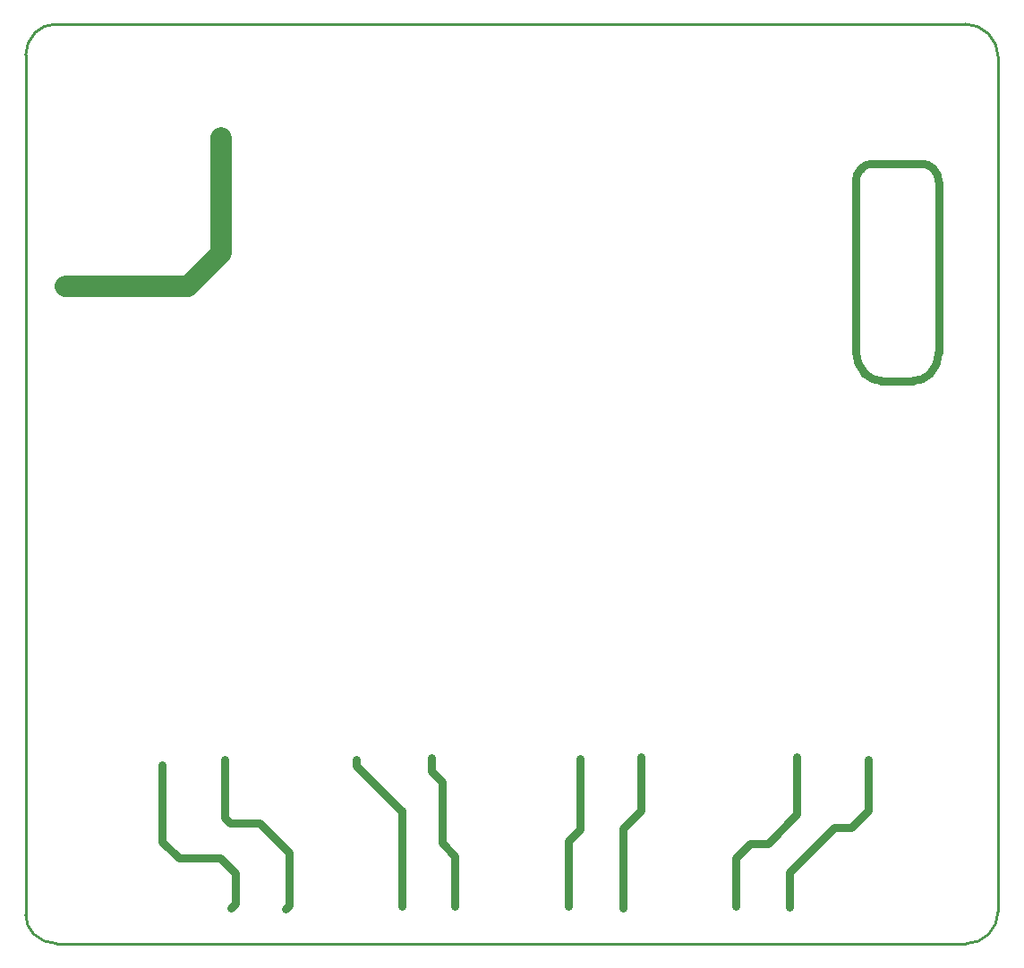
<source format=gko>
G04*
G04 #@! TF.GenerationSoftware,Altium Limited,Altium Designer,20.2.6 (244)*
G04*
G04 Layer_Color=16711935*
%FSTAX25Y25*%
%MOIN*%
G70*
G04*
G04 #@! TF.SameCoordinates,D37F4820-9CCB-4A9C-A827-6EB3CEA44CBB*
G04*
G04*
G04 #@! TF.FilePolarity,Positive*
G04*
G01*
G75*
%ADD12C,0.01000*%
%ADD106C,0.03150*%
%ADD107C,0.07874*%
D12*
X1314235Y0973464D02*
G03*
X13057Y0977I-0008535J-0008535D01*
G01*
X13179Y09648D02*
G03*
X1314365Y0973335I-0012071J0D01*
G01*
Y0637864D02*
G03*
X13179Y06464I-0008535J0008535D01*
G01*
X1306001Y06344D02*
G03*
X1314365Y0637864I0J0011828D01*
G01*
X0958764Y0637935D02*
G03*
X09673Y06344I0008535J0008535D01*
G01*
X09558Y0645092D02*
G03*
X0958764Y0637935I0010121J0D01*
G01*
X09592Y09737D02*
G03*
X09558Y0965492I0008208J-0008208D01*
G01*
X0966922Y097695D02*
G03*
X0959164Y0973736I0J-0010973D01*
G01*
X0966922Y0977D02*
X13057D01*
X1314235Y0973464D02*
X1314365Y0973335D01*
X13179Y06464D02*
Y09648D01*
X09673Y06344D02*
X1306001D01*
X09558Y0645092D02*
Y0965492D01*
D106*
X12925Y08466D02*
G03*
X12958Y0854567I-0007967J0007967D01*
G01*
X12687Y08464D02*
G03*
X1274253Y08441I0005553J0005553D01*
G01*
X1286322Y0844112D02*
G03*
X12923Y08464I0000425J0007841D01*
G01*
X1271246Y0925D02*
G03*
X12669Y09232I0J-0006146D01*
G01*
X12679Y08473D02*
G03*
X1267971Y0847129I0000241J0D01*
G01*
X1266757Y0922944D02*
G03*
X1265Y0918703I0004241J-0004241D01*
G01*
X12938Y09231D02*
G03*
X1289213Y0925I-0004587J-0004587D01*
G01*
X12959Y091803D02*
G03*
X12938Y09231I-000717J0D01*
G01*
X1265Y0854753D02*
G03*
X1268266Y0846867I0011153J0D01*
G01*
X10321Y06476D02*
X10338Y06493D01*
X10527Y06473D02*
X1054Y06486D01*
X10067Y06724D02*
Y07011D01*
Y06724D02*
X10129Y06662D01*
X10282D01*
X10338Y06606D01*
Y06493D02*
Y06606D01*
X10319Y06792D02*
X1043D01*
X12958Y0854567D02*
Y08548D01*
X1274253Y08441D02*
X12757D01*
X1266757Y0922943D02*
X12669Y0923087D01*
X1271246Y0925D02*
X12715D01*
X1267971Y0847129D02*
X1268766Y0846334D01*
X1268266Y0846867D02*
X12683Y0846833D01*
X1270487Y0925D02*
X1289213D01*
X12959Y08548D02*
Y091803D01*
X1274901Y08441D02*
X12861D01*
X1265Y0854753D02*
Y0918703D01*
X12633Y06778D02*
X12694Y06839D01*
X1257Y06778D02*
X12633D01*
X12401Y06609D02*
X1257Y06778D01*
X12401Y06479D02*
Y06609D01*
X12694Y06839D02*
Y07029D01*
X12429Y06825D02*
Y07041D01*
X12322Y06718D02*
X12429Y06825D01*
X12257Y06718D02*
X12322D01*
X12203Y06664D02*
X12257Y06718D01*
X12203Y06482D02*
Y06664D01*
X11783Y06478D02*
Y06774D01*
X11849Y0684D01*
Y07039D01*
X11623Y06771D02*
Y07034D01*
X11578Y06726D02*
X11623Y06771D01*
X11578Y06484D02*
Y06726D01*
X11157Y06482D02*
Y06671D01*
X11108Y0672D02*
X11157Y06671D01*
X11108Y0672D02*
Y06946D01*
X11069Y06985D02*
X11108Y06946D01*
X11069Y06985D02*
Y07036D01*
X1079Y07005D02*
X10956Y06839D01*
X1079Y07005D02*
Y0703D01*
X10958Y06484D02*
Y06839D01*
X1054Y06486D02*
Y06682D01*
X1043Y06792D02*
X1054Y06682D01*
X10298Y06813D02*
X10319Y06792D01*
X10298Y06813D02*
Y0703D01*
D107*
X09707Y08793D02*
X10161D01*
X10285Y08917D01*
Y09347D01*
M02*

</source>
